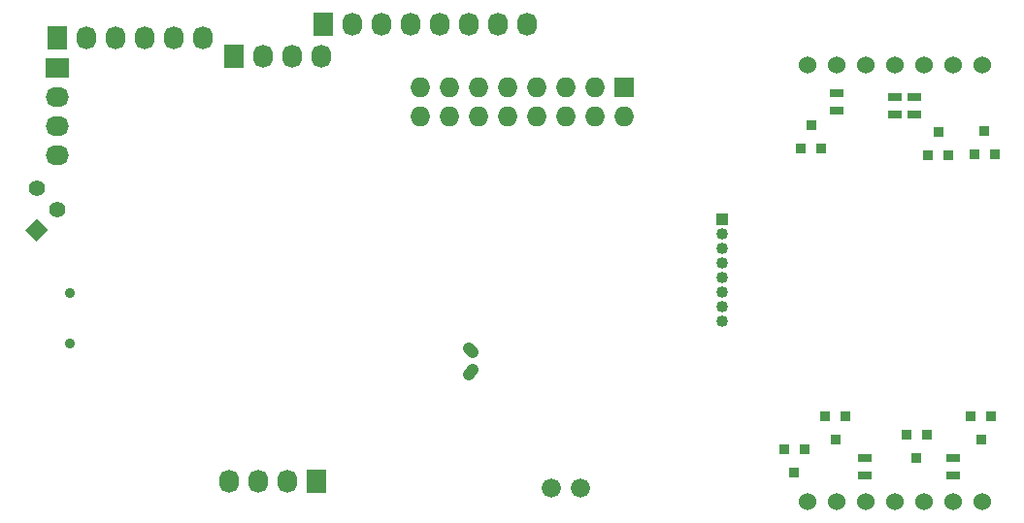
<source format=gbs>
%FSLAX46Y46*%
G04 Gerber Fmt 4.6, Leading zero omitted, Abs format (unit mm)*
G04 Created by KiCad (PCBNEW (2014-08-02 BZR 5044)-product) date 13.08.2014 17:47:44*
%MOMM*%
G01*
G04 APERTURE LIST*
%ADD10C,0.150000*%
%ADD11R,1.727200X2.032000*%
%ADD12O,1.727200X2.032000*%
%ADD13C,0.899160*%
%ADD14R,2.032000X1.727200*%
%ADD15O,2.032000X1.727200*%
%ADD16C,1.397000*%
%ADD17R,1.016000X1.016000*%
%ADD18C,1.016000*%
%ADD19R,1.727200X1.727200*%
%ADD20O,1.727200X1.727200*%
%ADD21C,1.000760*%
%ADD22R,1.143000X0.635000*%
%ADD23R,0.914400X0.914400*%
%ADD24C,1.524000*%
%ADD25C,1.676400*%
G04 APERTURE END LIST*
D10*
D11*
X42855600Y-18328800D03*
D12*
X45395600Y-18328800D03*
X47935600Y-18328800D03*
X50475600Y-18328800D03*
D13*
X28534900Y-38984360D03*
X28534900Y-43383640D03*
D11*
X50594000Y-15484000D03*
D12*
X53134000Y-15484000D03*
X55674000Y-15484000D03*
X58214000Y-15484000D03*
X60754000Y-15484000D03*
X63294000Y-15484000D03*
X65834000Y-15484000D03*
X68374000Y-15484000D03*
D14*
X27384000Y-19274000D03*
D15*
X27384000Y-21814000D03*
X27384000Y-24354000D03*
X27384000Y-26894000D03*
D11*
X27434000Y-16684000D03*
D12*
X29974000Y-16684000D03*
X32514000Y-16684000D03*
X35054000Y-16684000D03*
X37594000Y-16684000D03*
X40134000Y-16684000D03*
D10*
G36*
X25610000Y-32443224D02*
X26597828Y-33431052D01*
X25610000Y-34418880D01*
X24622172Y-33431052D01*
X25610000Y-32443224D01*
X25610000Y-32443224D01*
G37*
D16*
X27406051Y-31635001D03*
X25610000Y-29838950D03*
D11*
X50012000Y-55366800D03*
D12*
X47472000Y-55366800D03*
X44932000Y-55366800D03*
X42392000Y-55366800D03*
D17*
X85414000Y-32539000D03*
D18*
X85414000Y-33809000D03*
X85414000Y-35079000D03*
X85414000Y-36349000D03*
X85414000Y-37619000D03*
X85414000Y-38889000D03*
X85414000Y-40159000D03*
X85414000Y-41429000D03*
D19*
X76874000Y-21014000D03*
D20*
X76874000Y-23554000D03*
X74334000Y-21014000D03*
X74334000Y-23554000D03*
X71794000Y-21014000D03*
X71794000Y-23554000D03*
X69254000Y-21014000D03*
X69254000Y-23554000D03*
X66714000Y-21014000D03*
X66714000Y-23554000D03*
X64174000Y-21014000D03*
X64174000Y-23554000D03*
X61634000Y-21014000D03*
X61634000Y-23554000D03*
X59094000Y-21014000D03*
X59094000Y-23554000D03*
D21*
X63295155Y-43745855D02*
X63648977Y-44099677D01*
X63648977Y-45668323D02*
X63295155Y-46022145D01*
D22*
X95384000Y-23046000D03*
X95384000Y-21522000D03*
X100484000Y-23346000D03*
X100484000Y-21822000D03*
X102184000Y-23346000D03*
X102184000Y-21822000D03*
D23*
X103395000Y-26900000D03*
X105173000Y-26900000D03*
X104284000Y-24868000D03*
X92295000Y-26300000D03*
X94073000Y-26300000D03*
X93184000Y-24268000D03*
D22*
X97884000Y-53322000D03*
X97884000Y-54846000D03*
X105584000Y-53322000D03*
X105584000Y-54846000D03*
D24*
X92864000Y-57164000D03*
X95404000Y-57164000D03*
X97944000Y-57164000D03*
X100484000Y-57164000D03*
X103024000Y-57164000D03*
X105564000Y-57164000D03*
X108104000Y-57164000D03*
X108104000Y-19064000D03*
X105564000Y-19064000D03*
X103024000Y-19064000D03*
X100484000Y-19064000D03*
X97944000Y-19064000D03*
X95404000Y-19064000D03*
X92864000Y-19064000D03*
D23*
X107395000Y-26800000D03*
X109173000Y-26800000D03*
X108284000Y-24768000D03*
X103273000Y-51268000D03*
X101495000Y-51268000D03*
X102384000Y-53300000D03*
X92573000Y-52568000D03*
X90795000Y-52568000D03*
X91684000Y-54600000D03*
X108873000Y-49668000D03*
X107095000Y-49668000D03*
X107984000Y-51700000D03*
X96173000Y-49668000D03*
X94395000Y-49668000D03*
X95284000Y-51700000D03*
D25*
X70514000Y-55984000D03*
X73054000Y-55984000D03*
M02*

</source>
